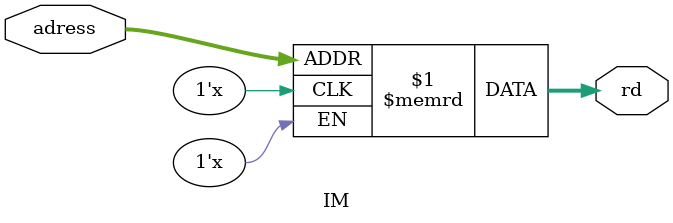
<source format=v>
module IM(
    input wire [15:0] adress,
    output wire [31:0] rd
);
reg [31:0] memoria [63:0];

assign rd = memoria[adress];
endmodule
</source>
